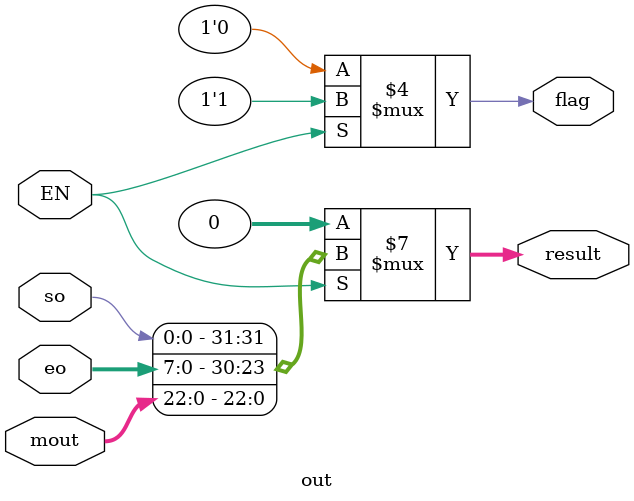
<source format=v>
module out(
input so,
input [7:0] eo,
input [22:0] mout,
output reg[31:0] result,
output reg flag,
input EN
);
	always @(*)
if (EN==1'b1)begin
	result <= {so,eo,mout};
	flag <= 1'b1;
	end
else begin
		result <= 0;
		flag <= 0;
	end
	
endmodule
/*always @ (*)
	if (EN ==1)begin
	s1 <= ~a;
	b <= s1 +1'b1;
	end
	else begin
	s1 <= 0;
	b <= 0;
	end
*/
</source>
